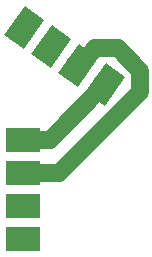
<source format=gbr>
G04 #@! TF.GenerationSoftware,KiCad,Pcbnew,(5.0.0)*
G04 #@! TF.CreationDate,2019-11-03T02:20:17+01:00*
G04 #@! TF.ProjectId,baum2,6261756D322E6B696361645F70636200,rev?*
G04 #@! TF.SameCoordinates,Original*
G04 #@! TF.FileFunction,Copper,L2,Bot,Signal*
G04 #@! TF.FilePolarity,Positive*
%FSLAX46Y46*%
G04 Gerber Fmt 4.6, Leading zero omitted, Abs format (unit mm)*
G04 Created by KiCad (PCBNEW (5.0.0)) date 11/03/19 02:20:18*
%MOMM*%
%LPD*%
G01*
G04 APERTURE LIST*
G04 #@! TA.AperFunction,ComponentPad*
%ADD10R,3.000000X2.000000*%
G04 #@! TD*
G04 #@! TA.AperFunction,ComponentPad*
%ADD11C,2.000000*%
G04 #@! TD*
G04 #@! TA.AperFunction,Conductor*
%ADD12C,0.100000*%
G04 #@! TD*
G04 #@! TA.AperFunction,Conductor*
%ADD13C,1.500000*%
G04 #@! TD*
G04 APERTURE END LIST*
D10*
G04 #@! TO.P,J1,1*
G04 #@! TO.N,Net-(J1-Pad1)*
X51435000Y-40250000D03*
G04 #@! TO.P,J1,2*
G04 #@! TO.N,Net-(J1-Pad2)*
X51435000Y-43050000D03*
G04 #@! TO.P,J1,3*
G04 #@! TO.N,Net-(J1-Pad3)*
X51435000Y-45850000D03*
G04 #@! TO.P,J1,4*
G04 #@! TO.N,Net-(J1-Pad4)*
X51435000Y-48650000D03*
G04 #@! TD*
D11*
G04 #@! TO.P,J2,4*
G04 #@! TO.N,Net-(J1-Pad4)*
X51539122Y-30741958D03*
D12*
G04 #@! TD*
G04 #@! TO.N,Net-(J1-Pad4)*
G04 #@! TO.C,J2*
G36*
X49859605Y-31397110D02*
X51580335Y-28939653D01*
X53218639Y-30086806D01*
X51497909Y-32544263D01*
X49859605Y-31397110D01*
X49859605Y-31397110D01*
G37*
D11*
G04 #@! TO.P,J2,3*
G04 #@! TO.N,Net-(J1-Pad3)*
X53832748Y-32347972D03*
D12*
G04 #@! TD*
G04 #@! TO.N,Net-(J1-Pad3)*
G04 #@! TO.C,J2*
G36*
X52153231Y-33003124D02*
X53873961Y-30545667D01*
X55512265Y-31692820D01*
X53791535Y-34150277D01*
X52153231Y-33003124D01*
X52153231Y-33003124D01*
G37*
D11*
G04 #@! TO.P,J2,2*
G04 #@! TO.N,Net-(J1-Pad2)*
X56126374Y-33953986D03*
D12*
G04 #@! TD*
G04 #@! TO.N,Net-(J1-Pad2)*
G04 #@! TO.C,J2*
G36*
X54446857Y-34609138D02*
X56167587Y-32151681D01*
X57805891Y-33298834D01*
X56085161Y-35756291D01*
X54446857Y-34609138D01*
X54446857Y-34609138D01*
G37*
D11*
G04 #@! TO.P,J2,1*
G04 #@! TO.N,Net-(J1-Pad1)*
X58420000Y-35560000D03*
D12*
G04 #@! TD*
G04 #@! TO.N,Net-(J1-Pad1)*
G04 #@! TO.C,J2*
G36*
X56740483Y-36215152D02*
X58461213Y-33757695D01*
X60099517Y-34904848D01*
X58378787Y-37362305D01*
X56740483Y-36215152D01*
X56740483Y-36215152D01*
G37*
D13*
G04 #@! TO.N,Net-(J1-Pad1)*
X53730000Y-40250000D02*
X58420000Y-35560000D01*
X51435000Y-40250000D02*
X53730000Y-40250000D01*
G04 #@! TO.N,Net-(J1-Pad2)*
X57274106Y-32806254D02*
X56126374Y-33953986D01*
X57572675Y-32507685D02*
X57274106Y-32806254D01*
X59470137Y-32507685D02*
X57572675Y-32507685D01*
X61349527Y-34387075D02*
X59470137Y-32507685D01*
X54458876Y-43050000D02*
X61349527Y-36159349D01*
X61349527Y-36159349D02*
X61349527Y-34387075D01*
X51435000Y-43050000D02*
X54458876Y-43050000D01*
G04 #@! TD*
M02*

</source>
